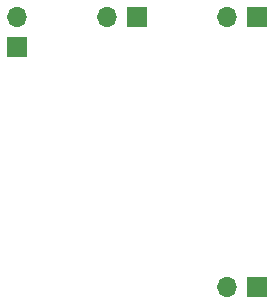
<source format=gbr>
%TF.GenerationSoftware,KiCad,Pcbnew,7.0.7*%
%TF.CreationDate,2023-09-26T16:23:54+08:00*%
%TF.ProjectId,led,6c65642e-6b69-4636-9164-5f7063625858,rev?*%
%TF.SameCoordinates,Original*%
%TF.FileFunction,Soldermask,Bot*%
%TF.FilePolarity,Negative*%
%FSLAX46Y46*%
G04 Gerber Fmt 4.6, Leading zero omitted, Abs format (unit mm)*
G04 Created by KiCad (PCBNEW 7.0.7) date 2023-09-26 16:23:54*
%MOMM*%
%LPD*%
G01*
G04 APERTURE LIST*
%ADD10R,1.700000X1.700000*%
%ADD11O,1.700000X1.700000*%
G04 APERTURE END LIST*
D10*
%TO.C,J3*%
X53340000Y-30480000D03*
D11*
X50800000Y-30480000D03*
%TD*%
D10*
%TO.C,J1*%
X33020000Y-33020000D03*
D11*
X33020000Y-30480000D03*
%TD*%
D10*
%TO.C,J2*%
X43180000Y-30480000D03*
D11*
X40640000Y-30480000D03*
%TD*%
D10*
%TO.C,J4*%
X53340000Y-53340000D03*
D11*
X50800000Y-53340000D03*
%TD*%
M02*

</source>
